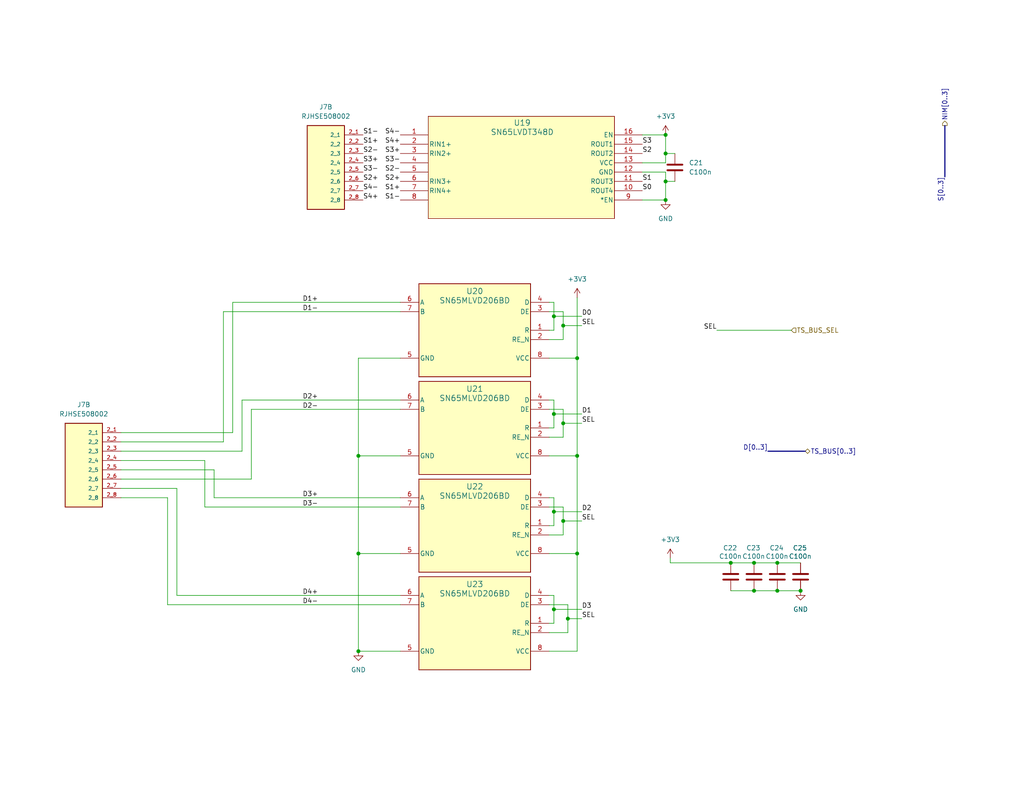
<source format=kicad_sch>
(kicad_sch (version 20250114) (generator "eeschema") (generator_version "9.0")
  (paper "USLetter")
  (title_block (title "LVDS Raspberry Pi Hat for KR260") (date "2025-03-20") (rev "1") (company "MIT") (comment 1 "Noah Paladino"))
  (lib_symbols
    (symbol "Device:C" (pin_numbers (hide yes)) (pin_names (offset 0.254))
      (property "Reference" "C" (at 0.635 2.54 0))
      (property "Value" "C" (at 0.635 -2.54 0))
      (symbol "C_0_1"
        (polyline (pts (xy -2.032 0.762) (xy 2.032 0.762)) (stroke (width 0.508)))
        (polyline (pts (xy -2.032 -0.762) (xy 2.032 -0.762)) (stroke (width 0.508)))
      )
      (symbol "C_1_1"
        (pin passive line (at 0 3.81 270) (length 2.794) (name "~") (number "1"))
        (pin passive line (at 0 -3.81 90) (length 2.794) (name "~") (number "2"))
      )
    )
    (symbol "RJHSE508002:RJHSE508002" (pin_names (offset 1.016))
      (property "Reference" "J" (at -5.08 12.7 0))
      (property "Value" "RJHSE508002" (at -5.08 -15.24 0))
      (symbol "RJHSE508002_1_0"
        (rectangle (start -5.08 -12.7) (end 5.08 10.16) (stroke (width 0.254)) (fill (type background)))
        (pin passive line (at -10.16 7.62 0) (length 5.08) (name "1_1") (number "1_1"))
        (pin passive line (at -10.16 5.08 0) (length 5.08) (name "1_2") (number "1_2"))
        (pin passive line (at -10.16 2.54 0) (length 5.08) (name "1_3") (number "1_3"))
        (pin passive line (at -10.16 0 0) (length 5.08) (name "1_4") (number "1_4"))
        (pin passive line (at -10.16 -2.54 0) (length 5.08) (name "1_5") (number "1_5"))
        (pin passive line (at -10.16 -5.08 0) (length 5.08) (name "1_6") (number "1_6"))
        (pin passive line (at -10.16 -7.62 0) (length 5.08) (name "1_7") (number "1_7"))
        (pin passive line (at -10.16 -10.16 0) (length 5.08) (name "1_8") (number "1_8"))
      )
      (symbol "RJHSE508002_2_0"
        (rectangle (start -5.08 -12.7) (end 5.08 10.16) (stroke (width 0.254)) (fill (type background)))
        (pin passive line (at -10.16 7.62 0) (length 5.08) (name "2_1") (number "2_1"))
        (pin passive line (at -10.16 5.08 0) (length 5.08) (name "2_2") (number "2_2"))
        (pin passive line (at -10.16 2.54 0) (length 5.08) (name "2_3") (number "2_3"))
        (pin passive line (at -10.16 0 0) (length 5.08) (name "2_4") (number "2_4"))
        (pin passive line (at -10.16 -2.54 0) (length 5.08) (name "2_5") (number "2_5"))
        (pin passive line (at -10.16 -5.08 0) (length 5.08) (name "2_6") (number "2_6"))
        (pin passive line (at -10.16 -7.62 0) (length 5.08) (name "2_7") (number "2_7"))
        (pin passive line (at -10.16 -10.16 0) (length 5.08) (name "2_8") (number "2_8"))
      )
    )
    (symbol "SN65LVDT348D:SN65LVDT348D" (pin_names (offset 0.254))
      (property "Reference" "U" (at 33.02 10.16 0))
      (property "Value" "SN65LVDT348D" (at 33.02 7.62 0))
      (symbol "SN65LVDT348D_0_1"
        (polyline (pts (xy 7.62 5.08) (xy 7.62 -22.86)) (stroke (width 0.127)))
        (rectangle (start 7.62 5.08) (end 58.42 -22.86) (fill (type background)))
        (polyline (pts (xy 7.62 -22.86) (xy 58.42 -22.86)) (stroke (width 0.127)))
        (polyline (pts (xy 58.42 5.08) (xy 7.62 5.08)) (stroke (width 0.127)) (fill (type background)))
        (polyline (pts (xy 58.42 -22.86) (xy 58.42 5.08)) (stroke (width 0.127)))
        (pin input line (at 0 0 0) (length 7.62) (name "") (number "1"))
        (pin input line (at 0 -2.54 0) (length 7.62) (name "RIN1+") (number "2"))
        (pin input line (at 0 -5.08 0) (length 7.62) (name "RIN2+") (number "3"))
        (pin input line (at 0 -7.62 0) (length 7.62) (name "") (number "4"))
        (pin input line (at 0 -10.16 0) (length 7.62) (name "") (number "5"))
        (pin input line (at 0 -12.7 0) (length 7.62) (name "RIN3+") (number "6"))
        (pin input line (at 0 -15.24 0) (length 7.62) (name "RIN4+") (number "7"))
        (pin input line (at 0 -17.78 0) (length 7.62) (name "") (number "8"))
        (pin unspecified line (at 66.04 0 180) (length 7.62) (name "EN") (number "16"))
        (pin output line (at 66.04 -2.54 180) (length 7.62) (name "ROUT1") (number "15"))
        (pin output line (at 66.04 -5.08 180) (length 7.62) (name "ROUT2") (number "14"))
        (pin power_in line (at 66.04 -7.62 180) (length 7.62) (name "VCC") (number "13"))
        (pin power_in line (at 66.04 -10.16 180) (length 7.62) (name "GND") (number "12"))
        (pin output line (at 66.04 -12.7 180) (length 7.62) (name "ROUT3") (number "11"))
        (pin output line (at 66.04 -15.24 180) (length 7.62) (name "ROUT4") (number "10"))
        (pin unspecified line (at 66.04 -17.78 180) (length 7.62) (name "*EN") (number "9"))
      )
    )
    (symbol "SN65MLVD206BD:SN65MLVD206BD" (pin_names (offset 0.254))
      (property "Reference" "U" (at 0 2.54 0))
      (property "Value" "SN65MLVD206BD" (at 0 0 0))
      (symbol "SN65MLVD206BD_0_1"
        (rectangle (start -15.24 12.7) (end 15.24 -12.7) (fill (type background)))
        (polyline (pts (xy -15.24 12.7) (xy -15.24 -12.7)) (stroke (width 0.2032)))
        (polyline (pts (xy -15.24 -12.7) (xy 15.24 -12.7)) (stroke (width 0.2032)))
        (polyline (pts (xy 15.24 12.7) (xy -15.24 12.7)) (stroke (width 0.2032)))
        (polyline (pts (xy 15.24 -12.7) (xy 15.24 12.7)) (stroke (width 0.2032)))
        (pin input line (at -20.32 7.62 0) (length 5.08) (name "D") (number "4"))
        (pin input line (at -20.32 5.08 0) (length 5.08) (name "DE") (number "3"))
        (pin tri_state line (at -20.32 0 0) (length 5.08) (name "R") (number "1"))
        (pin input line (at -20.32 -2.54 0) (length 5.08) (name "RE_N") (number "2"))
        (pin power_in line (at -20.32 -7.62 0) (length 5.08) (name "VCC") (number "8"))
        (pin bidirectional line (at 20.32 7.62 180) (length 5.08) (name "A") (number "6"))
        (pin bidirectional line (at 20.32 5.08 180) (length 5.08) (name "B") (number "7"))
        (pin power_in line (at 20.32 -7.62 180) (length 5.08) (name "GND") (number "5"))
      )
    )
    (symbol "power:+3V3" (power) (pin_numbers (hide yes)) (pin_names (offset 0) (hide yes))
      (property "Value" "+3V3" (at 0 3.556 0))
      (symbol "+3V3_0_1"
        (polyline (pts (xy -0.762 1.27) (xy 0 2.54)))
        (polyline (pts (xy 0 2.54) (xy 0.762 1.27)))
        (polyline (pts (xy 0 0) (xy 0 2.54)))
      )
      (symbol "+3V3_1_1"
        (pin power_in line (at 0 0 90) (length 0) (name "~") (number "1"))
      )
    )
    (symbol "power:GND" (power) (pin_numbers (hide yes)) (pin_names (offset 0) (hide yes))
      (property "Value" "GND" (at 0 -3.81 0))
      (symbol "GND_0_1"
        (polyline (pts (xy 0 0) (xy 0 -1.27) (xy 1.27 -1.27) (xy 0 -2.54) (xy -1.27 -1.27) (xy 0 -1.27)))
      )
      (symbol "GND_1_1"
        (pin power_in line (at 0 0 270) (length 0) (name "~") (number "1"))
      )
    )
  )
  (junction (at 181.61 41.91))
  (junction (at 151.13 166.37))
  (junction (at 153.67 88.9))
  (junction (at 97.79 151.13))
  (junction (at 153.67 142.24))
  (junction (at 181.61 54.61))
  (junction (at 151.13 139.7))
  (junction (at 205.74 161.29))
  (junction (at 154.94 168.91))
  (junction (at 181.61 49.53))
  (junction (at 199.39 153.67))
  (junction (at 157.48 124.46))
  (junction (at 218.44 161.29))
  (junction (at 151.13 86.36))
  (junction (at 157.48 151.13))
  (junction (at 157.48 97.79))
  (junction (at 153.67 115.57))
  (junction (at 212.09 153.67))
  (junction (at 181.61 36.83))
  (junction (at 205.74 153.67))
  (junction (at 151.13 113.03))
  (junction (at 212.09 161.29))
  (junction (at 97.79 124.46))
  (junction (at 97.79 177.8))
  (wire (pts (xy 45.72 165.1) (xy 45.72 135.89)))
  (wire (pts (xy 181.61 49.53) (xy 181.61 54.61)))
  (wire (pts (xy 97.79 151.13) (xy 97.79 177.8)))
  (wire (pts (xy 149.86 151.13) (xy 157.48 151.13)))
  (wire (pts (xy 151.13 135.89) (xy 149.86 135.89)))
  (wire (pts (xy 151.13 90.17) (xy 151.13 86.36)))
  (wire (pts (xy 175.26 36.83) (xy 181.61 36.83)))
  (wire (pts (xy 58.42 128.27) (xy 58.42 135.89)))
  (wire (pts (xy 157.48 124.46) (xy 157.48 151.13)))
  (wire (pts (xy 149.86 97.79) (xy 157.48 97.79)))
  (wire (pts (xy 175.26 44.45) (xy 181.61 44.45)))
  (wire (pts (xy 199.39 153.67) (xy 182.88 153.67)))
  (wire (pts (xy 33.02 118.11) (xy 63.5 118.11)))
  (wire (pts (xy 151.13 162.56) (xy 151.13 166.37)))
  (wire (pts (xy 33.02 130.81) (xy 68.58 130.81)))
  (wire (pts (xy 154.94 168.91) (xy 158.75 168.91)))
  (wire (pts (xy 151.13 82.55) (xy 149.86 82.55)))
  (wire (pts (xy 97.79 97.79) (xy 97.79 124.46)))
  (wire (pts (xy 149.86 90.17) (xy 151.13 90.17)))
  (wire (pts (xy 153.67 88.9) (xy 158.75 88.9)))
  (wire (pts (xy 153.67 88.9) (xy 153.67 92.71)))
  (wire (pts (xy 157.48 81.28) (xy 157.48 97.79)))
  (wire (pts (xy 151.13 113.03) (xy 158.75 113.03)))
  (wire (pts (xy 175.26 54.61) (xy 181.61 54.61)))
  (wire (pts (xy 199.39 153.67) (xy 205.74 153.67)))
  (wire (pts (xy 109.22 138.43) (xy 55.88 138.43)))
  (wire (pts (xy 151.13 166.37) (xy 158.75 166.37)))
  (wire (pts (xy 149.86 92.71) (xy 153.67 92.71)))
  (wire (pts (xy 109.22 165.1) (xy 45.72 165.1)))
  (wire (pts (xy 212.09 161.29) (xy 218.44 161.29)))
  (wire (pts (xy 153.67 146.05) (xy 149.86 146.05)))
  (wire (pts (xy 153.67 111.76) (xy 153.67 115.57)))
  (wire (pts (xy 55.88 125.73) (xy 55.88 138.43)))
  (wire (pts (xy 48.26 162.56) (xy 48.26 133.35)))
  (wire (pts (xy 151.13 113.03) (xy 151.13 116.84)))
  (wire (pts (xy 33.02 133.35) (xy 48.26 133.35)))
  (wire (pts (xy 149.86 143.51) (xy 151.13 143.51)))
  (wire (pts (xy 149.86 124.46) (xy 157.48 124.46)))
  (wire (pts (xy 109.22 162.56) (xy 48.26 162.56)))
  (wire (pts (xy 151.13 109.22) (xy 151.13 113.03)))
  (wire (pts (xy 175.26 46.99) (xy 181.61 46.99)))
  (wire (pts (xy 97.79 177.8) (xy 109.22 177.8)))
  (wire (pts (xy 63.5 118.11) (xy 63.5 82.55)))
  (wire (pts (xy 66.04 123.19) (xy 66.04 109.22)))
  (wire (pts (xy 157.48 97.79) (xy 157.48 124.46)))
  (wire (pts (xy 149.86 162.56) (xy 151.13 162.56)))
  (wire (pts (xy 153.67 119.38) (xy 149.86 119.38)))
  (wire (pts (xy 157.48 151.13) (xy 157.48 177.8)))
  (wire (pts (xy 205.74 161.29) (xy 212.09 161.29)))
  (wire (pts (xy 151.13 139.7) (xy 151.13 143.51)))
  (wire (pts (xy 181.61 49.53) (xy 184.15 49.53)))
  (wire (pts (xy 109.22 97.79) (xy 97.79 97.79)))
  (wire (pts (xy 151.13 86.36) (xy 158.75 86.36)))
  (wire (pts (xy 154.94 165.1) (xy 154.94 168.91)))
  (wire (pts (xy 33.02 128.27) (xy 58.42 128.27)))
  (wire (pts (xy 153.67 138.43) (xy 153.67 142.24)))
  (wire (pts (xy 60.96 120.65) (xy 33.02 120.65)))
  (bus (pts (xy 209.55 123.19) (xy 219.71 123.19)))
  (wire (pts (xy 60.96 85.09) (xy 60.96 120.65)))
  (wire (pts (xy 149.86 138.43) (xy 153.67 138.43)))
  (wire (pts (xy 195.58 90.17) (xy 215.9 90.17)))
  (wire (pts (xy 151.13 139.7) (xy 158.75 139.7)))
  (wire (pts (xy 66.04 109.22) (xy 109.22 109.22)))
  (wire (pts (xy 33.02 123.19) (xy 66.04 123.19)))
  (wire (pts (xy 97.79 151.13) (xy 109.22 151.13)))
  (wire (pts (xy 153.67 142.24) (xy 158.75 142.24)))
  (wire (pts (xy 151.13 86.36) (xy 151.13 82.55)))
  (wire (pts (xy 63.5 82.55) (xy 109.22 82.55)))
  (wire (pts (xy 109.22 135.89) (xy 58.42 135.89)))
  (bus (pts (xy 257.81 48.26) (xy 257.81 34.29)))
  (wire (pts (xy 182.88 153.67) (xy 182.88 152.4)))
  (wire (pts (xy 55.88 125.73) (xy 33.02 125.73)))
  (wire (pts (xy 153.67 115.57) (xy 153.67 119.38)))
  (wire (pts (xy 212.09 153.67) (xy 218.44 153.67)))
  (wire (pts (xy 181.61 36.83) (xy 181.61 41.91)))
  (wire (pts (xy 68.58 111.76) (xy 109.22 111.76)))
  (wire (pts (xy 68.58 130.81) (xy 68.58 111.76)))
  (wire (pts (xy 153.67 85.09) (xy 153.67 88.9)))
  (wire (pts (xy 149.86 170.18) (xy 151.13 170.18)))
  (wire (pts (xy 149.86 109.22) (xy 151.13 109.22)))
  (wire (pts (xy 97.79 124.46) (xy 97.79 151.13)))
  (wire (pts (xy 153.67 85.09) (xy 149.86 85.09)))
  (wire (pts (xy 97.79 124.46) (xy 109.22 124.46)))
  (wire (pts (xy 154.94 168.91) (xy 154.94 172.72)))
  (wire (pts (xy 181.61 41.91) (xy 181.61 44.45)))
  (wire (pts (xy 149.86 111.76) (xy 153.67 111.76)))
  (wire (pts (xy 149.86 177.8) (xy 157.48 177.8)))
  (wire (pts (xy 151.13 116.84) (xy 149.86 116.84)))
  (wire (pts (xy 199.39 161.29) (xy 205.74 161.29)))
  (wire (pts (xy 181.61 46.99) (xy 181.61 49.53)))
  (wire (pts (xy 154.94 172.72) (xy 149.86 172.72)))
  (wire (pts (xy 205.74 153.67) (xy 212.09 153.67)))
  (wire (pts (xy 33.02 135.89) (xy 45.72 135.89)))
  (wire (pts (xy 149.86 165.1) (xy 154.94 165.1)))
  (wire (pts (xy 181.61 41.91) (xy 184.15 41.91)))
  (wire (pts (xy 60.96 85.09) (xy 109.22 85.09)))
  (wire (pts (xy 153.67 142.24) (xy 153.67 146.05)))
  (wire (pts (xy 151.13 166.37) (xy 151.13 170.18)))
  (wire (pts (xy 151.13 135.89) (xy 151.13 139.7)))
  (wire (pts (xy 153.67 115.57) (xy 158.75 115.57)))
  (label "S2" (at 175.26 41.91 0))
  (label "D0" (at 158.75 86.36 0))
  (label "S2+" (at 109.22 49.53 180))
  (label "SEL" (at 158.75 168.91 0))
  (label "S3-" (at 109.22 44.45 180))
  (label "D4+" (at 82.55 162.56 0))
  (label "S3-" (at 99.06 46.99 0))
  (label "D1-" (at 82.55 85.09 0))
  (label "S2+" (at 99.06 49.53 0))
  (label "D1" (at 158.75 113.03 0))
  (label "S2-" (at 109.22 46.99 180))
  (label "S0" (at 175.26 52.07 0))
  (label "D[0..3]" (at 209.55 123.19 180))
  (label "D2" (at 158.75 139.7 0))
  (label "S2-" (at 99.06 41.91 0))
  (label "D3-" (at 82.55 138.43 0))
  (label "S[0..3]" (at 257.81 48.26 270))
  (label "S4+" (at 99.06 54.61 0))
  (label "D2+" (at 82.55 109.22 0))
  (label "S3+" (at 99.06 44.45 0))
  (label "SEL" (at 158.75 142.24 0))
  (label "S4-" (at 109.22 36.83 180))
  (label "S1-" (at 99.06 36.83 0))
  (label "D1+" (at 82.55 82.55 0))
  (label "S4-" (at 99.06 52.07 0))
  (label "D2-" (at 82.55 111.76 0))
  (label "D4-" (at 82.55 165.1 0))
  (label "S3+" (at 109.22 41.91 180))
  (label "S1-" (at 109.22 54.61 180))
  (label "S1+" (at 109.22 52.07 180))
  (label "S1" (at 175.26 49.53 0))
  (label "S3" (at 175.26 39.37 0))
  (label "S4+" (at 109.22 39.37 180))
  (label "D3+" (at 82.55 135.89 0))
  (label "S1+" (at 99.06 39.37 0))
  (label "SEL" (at 158.75 88.9 0))
  (label "D3" (at 158.75 166.37 0))
  (label "SEL" (at 195.58 90.17 180))
  (label "SEL" (at 158.75 115.57 0))
  (hierarchical_label "TS_BUS_SEL" (shape input) (at 215.9 90.17 0))
  (hierarchical_label "TS_BUS[0..3]" (shape bidirectional) (at 219.71 123.19 0))
  (hierarchical_label "NIM[0..3]" (shape output) (at 257.81 34.29 90))
  (symbol (lib_id "power:+3V3") (at 157.48 81.28 0) (unit 1)
    (property "Reference" "#PWR05" (effects (hide yes)))
    (property "Value" "+3V3" (at 157.48 76.2 0))
    (property "Description" "Power symbol creates a global label with name \"+3V3\"" (effects (hide yes)))
  )
  (symbol (lib_id "SN65MLVD206BD:SN65MLVD206BD") (at 129.54 116.84 0) (mirror y) (unit 1)
    (property "Reference" "U3" (at 129.54 106.172 0) (effects (font (size 1.524 1.524))))
    (property "Value" "SN65MLVD206BD" (at 129.54 108.712 0) (effects (font (size 1.524 1.524))))
    (property "Footprint" "SN65MLVD206BD:D0008A_N" (effects (hide yes)))
    (property "Datasheet" "SN65MLVD206BD" (effects (hide yes)))
    (instances (project "LVDS_Kria_Carrier" (path "" (reference "U21") (unit 1))) (project "LVDS_RasPi_Hat" (path "" (reference "U3") (unit 1))))
  )
  (symbol (lib_id "RJHSE508002:RJHSE508002") (at 22.86 125.73 0) (mirror y) (unit 1)
    (property "Reference" "J2" (at 22.86 110.49 0))
    (property "Value" "RJHSE508002" (at 22.86 113.03 0))
    (property "Footprint" "RJHSE508002:AMPHENOL_RJHSE508002" (effects (hide yes)))
    (property "PARTREV" "E" (effects (hide yes)))
    (property "STANDARD" "Manufacturer Recommendations" (effects (hide yes)))
    (property "MAXIMUM_PACKAGE_HEIGHT" "13.21mm" (effects (hide yes)))
    (property "MANUFACTURER" "Amphenol" (effects (hide yes)))
    (instances (project "KriaTDC" (path "" (reference "J7") (unit 2))) (project "LVDS_RasPi_Hat" (path "" (reference "J2") (unit 1))))
  )
  (symbol (lib_id "Device:C") (at 199.39 157.48 0) (mirror y) (unit 1)
    (property "Reference" "C2" (at 201.168 149.606 0) (effects (justify left)))
    (property "Value" "C100n" (at 202.438 151.892 0) (effects (justify left)))
    (property "Footprint" "Capacitor_SMD:C_0402_1005Metric_Pad0.74x0.62mm_HandSolder" (effects (hide yes)))
    (property "Description" "Unpolarized capacitor" (effects (hide yes)))
    (instances (project "KriaTDC" (path "" (reference "C22") (unit 1))) (project "LVDS_RasPi_Hat" (path "" (reference "C2") (unit 1))))
  )
  (symbol (lib_id "SN65MLVD206BD:SN65MLVD206BD") (at 129.54 143.51 0) (mirror y) (unit 1)
    (property "Reference" "U4" (at 129.54 132.842 0) (effects (font (size 1.524 1.524))))
    (property "Value" "SN65MLVD206BD" (at 129.54 135.382 0) (effects (font (size 1.524 1.524))))
    (property "Footprint" "SN65MLVD206BD:D0008A_N" (effects (hide yes)))
    (property "Datasheet" "SN65MLVD206BD" (effects (hide yes)))
    (instances (project "LVDS_Kria_Carrier" (path "" (reference "U22") (unit 1))) (project "LVDS_RasPi_Hat" (path "" (reference "U4") (unit 1))))
  )
  (symbol (lib_id "SN65MLVD206BD:SN65MLVD206BD") (at 129.54 170.18 0) (mirror y) (unit 1)
    (property "Reference" "U5" (at 129.54 159.512 0) (effects (font (size 1.524 1.524))))
    (property "Value" "SN65MLVD206BD" (at 129.54 162.052 0) (effects (font (size 1.524 1.524))))
    (property "Footprint" "SN65MLVD206BD:D0008A_N" (effects (hide yes)))
    (property "Datasheet" "SN65MLVD206BD" (effects (hide yes)))
    (instances (project "LVDS_Kria_Carrier" (path "" (reference "U23") (unit 1))) (project "LVDS_RasPi_Hat" (path "" (reference "U5") (unit 1))))
  )
  (symbol (lib_id "SN65LVDT348D:SN65LVDT348D") (at 109.22 36.83 0) (unit 1)
    (property "Reference" "U1" (at 142.494 33.528 0) (effects (font (size 1.524 1.524))))
    (property "Value" "SN65LVDT348D" (at 142.494 36.068 0) (effects (font (size 1.524 1.524))))
    (property "Footprint" "SN65LVDT348D:D16" (effects (hide yes)))
    (property "Datasheet" "SN65LVDT348D" (effects (hide yes)))
    (instances (project "KriaTDC" (path "" (reference "U19") (unit 1))) (project "LVDS_RasPi_Hat" (path "" (reference "U1") (unit 1))))
  )
  (symbol (lib_id "Device:C") (at 212.09 157.48 0) (mirror y) (unit 1)
    (property "Reference" "C4" (at 213.868 149.606 0) (effects (justify left)))
    (property "Value" "C100n" (at 215.138 151.892 0) (effects (justify left)))
    (property "Footprint" "Capacitor_SMD:C_0402_1005Metric_Pad0.74x0.62mm_HandSolder" (effects (hide yes)))
    (property "Description" "Unpolarized capacitor" (effects (hide yes)))
    (instances (project "KriaTDC" (path "" (reference "C24") (unit 1))) (project "LVDS_RasPi_Hat" (path "" (reference "C4") (unit 1))))
  )
  (symbol (lib_id "Device:C") (at 218.44 157.48 0) (mirror y) (unit 1)
    (property "Reference" "C5" (at 220.218 149.606 0) (effects (justify left)))
    (property "Value" "C100n" (at 221.488 151.892 0) (effects (justify left)))
    (property "Footprint" "Capacitor_SMD:C_0402_1005Metric_Pad0.74x0.62mm_HandSolder" (effects (hide yes)))
    (property "Description" "Unpolarized capacitor" (effects (hide yes)))
    (instances (project "KriaTDC" (path "" (reference "C25") (unit 1))) (project "LVDS_RasPi_Hat" (path "" (reference "C5") (unit 1))))
  )
  (symbol (lib_id "Device:C") (at 205.74 157.48 0) (mirror y) (unit 1)
    (property "Reference" "C3" (at 207.518 149.606 0) (effects (justify left)))
    (property "Value" "C100n" (at 208.788 151.892 0) (effects (justify left)))
    (property "Footprint" "Capacitor_SMD:C_0402_1005Metric_Pad0.74x0.62mm_HandSolder" (effects (hide yes)))
    (property "Description" "Unpolarized capacitor" (effects (hide yes)))
    (instances (project "KriaTDC" (path "" (reference "C23") (unit 1))) (project "LVDS_RasPi_Hat" (path "" (reference "C3") (unit 1))))
  )
  (symbol (lib_id "SN65MLVD206BD:SN65MLVD206BD") (at 129.54 90.17 0) (mirror y) (unit 1)
    (property "Reference" "U2" (at 129.54 79.502 0) (effects (font (size 1.524 1.524))))
    (property "Value" "SN65MLVD206BD" (at 129.54 82.042 0) (effects (font (size 1.524 1.524))))
    (property "Footprint" "SN65MLVD206BD:D0008A_N" (effects (hide yes)))
    (property "Datasheet" "SN65MLVD206BD" (effects (hide yes)))
    (instances (project "LVDS_Kria_Carrier" (path "" (reference "U20") (unit 1))) (project "LVDS_RasPi_Hat" (path "" (reference "U2") (unit 1))))
  )
  (symbol (lib_id "Device:C") (at 184.15 45.72 0) (unit 1)
    (property "Reference" "C1" (at 187.96 44.4499 0) (effects (justify left)))
    (property "Value" "C100n" (at 187.96 46.9899 0) (effects (justify left)))
    (property "Footprint" "Capacitor_SMD:C_0402_1005Metric_Pad0.74x0.62mm_HandSolder" (effects (hide yes)))
    (property "Description" "Unpolarized capacitor" (effects (hide yes)))
    (instances (project "KriaTDC" (path "" (reference "C21") (unit 1))) (project "LVDS_RasPi_Hat" (path "" (reference "C1") (unit 1))))
  )
  (symbol (lib_id "power:GND") (at 97.79 177.8 0) (unit 1)
    (property "Reference" "#PWR04" (effects (hide yes)))
    (property "Value" "GND" (at 97.79 182.88 0))
    (property "Description" "Power symbol creates a global label with name \"GND\" , ground" (effects (hide yes)))
    (instances (project "LVDS_Kria_Carrier" (path "" (reference "#PWR037") (unit 1))) (project "LVDS_RasPi_Hat" (path "" (reference "#PWR04") (unit 1))))
  )
  (symbol (lib_id "power:GND") (at 218.44 161.29 0) (unit 1)
    (property "Reference" "#PWR09" (effects (hide yes)))
    (property "Value" "GND" (at 218.44 166.37 0))
    (property "Description" "Power symbol creates a global label with name \"GND\" , ground" (effects (hide yes)))
    (instances (project "KriaTDC" (path "" (reference "#PWR046") (unit 1))) (project "LVDS_RasPi_Hat" (path "" (reference "#PWR09") (unit 1))))
  )
  (symbol (lib_id "power:+3V3") (at 182.88 152.4 0) (unit 1)
    (property "Reference" "#PWR08" (effects (hide yes)))
    (property "Value" "+3V3" (at 182.88 147.32 0))
    (property "Description" "Power symbol creates a global label with name \"+3V3\"" (effects (hide yes)))
  )
  (symbol (lib_id "RJHSE508002:RJHSE508002") (at 88.9 44.45 0) (mirror y) (unit 2)
    (property "Reference" "J2" (at 88.9 29.21 0))
    (property "Value" "RJHSE508002" (at 88.9 31.75 0))
    (property "Footprint" "RJHSE508002:AMPHENOL_RJHSE508002" (effects (hide yes)))
    (property "PARTREV" "E" (effects (hide yes)))
    (property "STANDARD" "Manufacturer Recommendations" (effects (hide yes)))
    (property "MAXIMUM_PACKAGE_HEIGHT" "13.21mm" (effects (hide yes)))
    (property "MANUFACTURER" "Amphenol" (effects (hide yes)))
    (instances (project "KriaTDC" (path "" (reference "J7") (unit 2))) (project "LVDS_RasPi_Hat" (path "" (reference "J2") (unit 2))))
  )
  (symbol (lib_id "power:GND") (at 181.61 54.61 0) (unit 1)
    (property "Reference" "#PWR07" (effects (hide yes)))
    (property "Value" "GND" (at 181.61 59.69 0))
    (property "Description" "Power symbol creates a global label with name \"GND\" , ground" (effects (hide yes)))
    (instances (project "KriaTDC" (path "" (reference "#PWR039") (unit 1))) (project "LVDS_RasPi_Hat" (path "" (reference "#PWR07") (unit 1))))
  )
  (symbol (lib_id "power:+3V3") (at 181.61 36.83 0) (unit 1)
    (property "Reference" "#PWR06" (effects (hide yes)))
    (property "Value" "+3V3" (at 181.61 31.75 0))
    (property "Description" "Power symbol creates a global label with name \"+3V3\"" (effects (hide yes)))
  )
)
</source>
